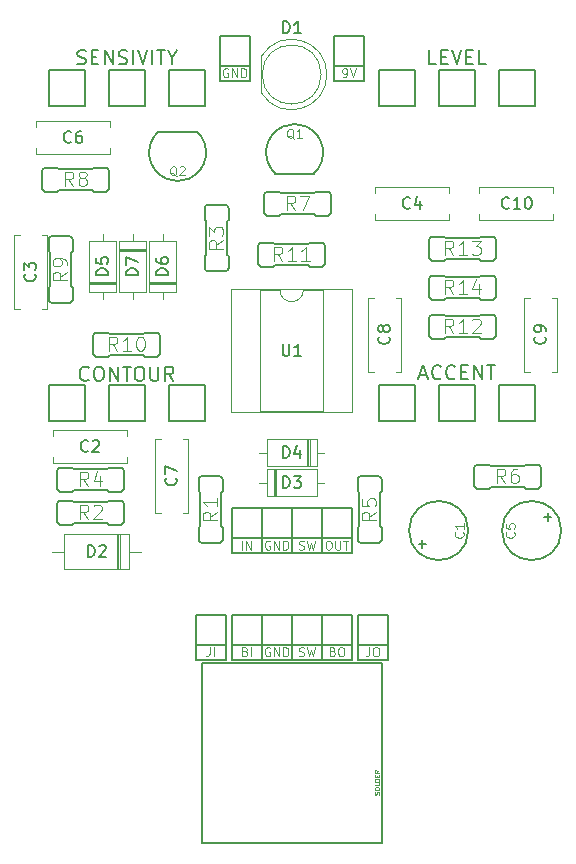
<source format=gbr>
G04 #@! TF.GenerationSoftware,KiCad,Pcbnew,(5.1.6-0-10_14)*
G04 #@! TF.CreationDate,2020-09-27T09:55:32+02:00*
G04 #@! TF.ProjectId,simble-overdrive,73696d62-6c65-42d6-9f76-657264726976,rev?*
G04 #@! TF.SameCoordinates,Original*
G04 #@! TF.FileFunction,Legend,Top*
G04 #@! TF.FilePolarity,Positive*
%FSLAX46Y46*%
G04 Gerber Fmt 4.6, Leading zero omitted, Abs format (unit mm)*
G04 Created by KiCad (PCBNEW (5.1.6-0-10_14)) date 2020-09-27 09:55:32*
%MOMM*%
%LPD*%
G01*
G04 APERTURE LIST*
%ADD10C,0.152400*%
%ADD11C,0.127000*%
%ADD12C,0.120000*%
%ADD13C,0.032512*%
%ADD14C,0.100000*%
%ADD15C,0.150000*%
%ADD16C,0.101600*%
%ADD17C,0.097536*%
G04 APERTURE END LIST*
D10*
X87630000Y-148336000D02*
X87630000Y-133096000D01*
X102870000Y-148336000D02*
X87630000Y-148336000D01*
X102870000Y-133096000D02*
X102870000Y-148336000D01*
X87630000Y-133096000D02*
X102870000Y-133096000D01*
X100330000Y-132842000D02*
X100330000Y-131572000D01*
X97790000Y-132842000D02*
X100330000Y-132842000D01*
X97790000Y-131572000D02*
X97790000Y-132842000D01*
X97790000Y-131572000D02*
X97790000Y-129032000D01*
X100330000Y-131572000D02*
X97790000Y-131572000D01*
X100330000Y-129032000D02*
X100330000Y-131572000D01*
X97790000Y-129032000D02*
X100330000Y-129032000D01*
X97790000Y-132842000D02*
X97790000Y-131572000D01*
X95250000Y-132842000D02*
X97790000Y-132842000D01*
X95250000Y-131572000D02*
X95250000Y-132842000D01*
X95250000Y-131572000D02*
X95250000Y-129032000D01*
X97790000Y-131572000D02*
X95250000Y-131572000D01*
X97790000Y-129032000D02*
X97790000Y-131572000D01*
X95250000Y-129032000D02*
X97790000Y-129032000D01*
X89662000Y-132842000D02*
X89662000Y-131572000D01*
X87122000Y-132842000D02*
X89662000Y-132842000D01*
X87122000Y-131572000D02*
X87122000Y-132842000D01*
X87122000Y-131572000D02*
X87122000Y-129032000D01*
X89662000Y-131572000D02*
X87122000Y-131572000D01*
X89662000Y-129032000D02*
X89662000Y-131572000D01*
X87122000Y-129032000D02*
X89662000Y-129032000D01*
X103378000Y-132842000D02*
X103378000Y-131572000D01*
X100838000Y-132842000D02*
X103378000Y-132842000D01*
X100838000Y-131572000D02*
X100838000Y-132842000D01*
X100838000Y-131572000D02*
X100838000Y-129032000D01*
X103378000Y-131572000D02*
X100838000Y-131572000D01*
X103378000Y-129032000D02*
X103378000Y-131572000D01*
X100838000Y-129032000D02*
X103378000Y-129032000D01*
X95250000Y-132842000D02*
X95250000Y-131572000D01*
X92710000Y-132842000D02*
X95250000Y-132842000D01*
X92710000Y-131572000D02*
X92710000Y-132842000D01*
X92710000Y-131572000D02*
X92710000Y-129032000D01*
X95250000Y-131572000D02*
X92710000Y-131572000D01*
X95250000Y-129032000D02*
X95250000Y-131572000D01*
X92710000Y-129032000D02*
X95250000Y-129032000D01*
X92710000Y-132842000D02*
X92710000Y-131572000D01*
X90170000Y-132842000D02*
X92710000Y-132842000D01*
X90170000Y-131572000D02*
X90170000Y-132842000D01*
X90170000Y-131572000D02*
X90170000Y-129032000D01*
X92710000Y-131572000D02*
X90170000Y-131572000D01*
X92710000Y-129032000D02*
X92710000Y-131572000D01*
X90170000Y-129032000D02*
X92710000Y-129032000D01*
X87229000Y-88138000D02*
X83967000Y-88138000D01*
X83966999Y-88137999D02*
G75*
G03*
X84629100Y-92125800I1631301J-1778018D01*
G01*
X86566899Y-92125799D02*
G75*
G03*
X87229000Y-88138000I-969199J2209782D01*
G01*
X84628800Y-92125800D02*
G75*
G03*
X86567200Y-92125800I969200J2209800D01*
G01*
X93873000Y-91694000D02*
X97135000Y-91694000D01*
X97135001Y-91694001D02*
G75*
G03*
X96472900Y-87706200I-1631301J1778018D01*
G01*
X94535101Y-87706201D02*
G75*
G03*
X93873000Y-91694000I969199J-2209782D01*
G01*
X96473200Y-87706200D02*
G75*
G03*
X94534800Y-87706200I-969200J-2209800D01*
G01*
D11*
X102616000Y-109601000D02*
X105664000Y-109601000D01*
X107696000Y-109601000D02*
X110744000Y-109601000D01*
X112776000Y-109601000D02*
X115824000Y-109601000D01*
X102616000Y-109601000D02*
X102616000Y-112649000D01*
X102616000Y-112649000D02*
X105664000Y-112649000D01*
X105664000Y-112649000D02*
X105664000Y-109601000D01*
X107696000Y-109601000D02*
X107696000Y-112649000D01*
X107696000Y-112649000D02*
X110744000Y-112649000D01*
X110744000Y-112649000D02*
X110744000Y-109601000D01*
X112776000Y-109601000D02*
X112776000Y-112649000D01*
X112776000Y-112649000D02*
X115824000Y-112649000D01*
X115824000Y-112649000D02*
X115824000Y-109601000D01*
X74676000Y-82931000D02*
X77724000Y-82931000D01*
X79756000Y-82931000D02*
X82804000Y-82931000D01*
X84836000Y-82931000D02*
X87884000Y-82931000D01*
X74676000Y-82931000D02*
X74676000Y-85979000D01*
X74676000Y-85979000D02*
X77724000Y-85979000D01*
X77724000Y-85979000D02*
X77724000Y-82931000D01*
X79756000Y-82931000D02*
X79756000Y-85979000D01*
X79756000Y-85979000D02*
X82804000Y-85979000D01*
X82804000Y-85979000D02*
X82804000Y-82931000D01*
X84836000Y-82931000D02*
X84836000Y-85979000D01*
X84836000Y-85979000D02*
X87884000Y-85979000D01*
X87884000Y-85979000D02*
X87884000Y-82931000D01*
D12*
X94250000Y-101540000D02*
X92600000Y-101540000D01*
X92600000Y-101540000D02*
X92600000Y-111820000D01*
X92600000Y-111820000D02*
X97900000Y-111820000D01*
X97900000Y-111820000D02*
X97900000Y-101540000D01*
X97900000Y-101540000D02*
X96250000Y-101540000D01*
X90110000Y-101480000D02*
X90110000Y-111880000D01*
X90110000Y-111880000D02*
X100390000Y-111880000D01*
X100390000Y-111880000D02*
X100390000Y-101480000D01*
X100390000Y-101480000D02*
X90110000Y-101480000D01*
X96250000Y-101540000D02*
G75*
G02*
X94250000Y-101540000I-1000000J0D01*
G01*
D10*
X112538000Y-100584000D02*
X112538000Y-102108000D01*
X112284000Y-102362000D02*
X111268000Y-102362000D01*
X111141000Y-102235000D02*
X111268000Y-102362000D01*
X112284000Y-100330000D02*
X111268000Y-100330000D01*
X111141000Y-100457000D02*
X111268000Y-100330000D01*
X108315000Y-102235000D02*
X108188000Y-102362000D01*
X108315000Y-102235000D02*
X111141000Y-102235000D01*
X108315000Y-100457000D02*
X108188000Y-100330000D01*
X108315000Y-100457000D02*
X111141000Y-100457000D01*
X107172000Y-102362000D02*
X108188000Y-102362000D01*
X107172000Y-100330000D02*
X108188000Y-100330000D01*
X106918000Y-100584000D02*
X106918000Y-102108000D01*
X106918000Y-102108000D02*
G75*
G03*
X107172000Y-102362000I254000J0D01*
G01*
X106918000Y-100584000D02*
G75*
G02*
X107172000Y-100330000I254000J0D01*
G01*
X112284000Y-100330000D02*
G75*
G02*
X112538000Y-100584000I0J-254000D01*
G01*
X112284000Y-102362000D02*
G75*
G03*
X112538000Y-102108000I0J254000D01*
G01*
X112538000Y-97282000D02*
X112538000Y-98806000D01*
X112284000Y-99060000D02*
X111268000Y-99060000D01*
X111141000Y-98933000D02*
X111268000Y-99060000D01*
X112284000Y-97028000D02*
X111268000Y-97028000D01*
X111141000Y-97155000D02*
X111268000Y-97028000D01*
X108315000Y-98933000D02*
X108188000Y-99060000D01*
X108315000Y-98933000D02*
X111141000Y-98933000D01*
X108315000Y-97155000D02*
X108188000Y-97028000D01*
X108315000Y-97155000D02*
X111141000Y-97155000D01*
X107172000Y-99060000D02*
X108188000Y-99060000D01*
X107172000Y-97028000D02*
X108188000Y-97028000D01*
X106918000Y-97282000D02*
X106918000Y-98806000D01*
X106918000Y-98806000D02*
G75*
G03*
X107172000Y-99060000I254000J0D01*
G01*
X106918000Y-97282000D02*
G75*
G02*
X107172000Y-97028000I254000J0D01*
G01*
X112284000Y-97028000D02*
G75*
G02*
X112538000Y-97282000I0J-254000D01*
G01*
X112284000Y-99060000D02*
G75*
G03*
X112538000Y-98806000I0J254000D01*
G01*
X106918000Y-105410000D02*
X106918000Y-103886000D01*
X107172000Y-103632000D02*
X108188000Y-103632000D01*
X108315000Y-103759000D02*
X108188000Y-103632000D01*
X107172000Y-105664000D02*
X108188000Y-105664000D01*
X108315000Y-105537000D02*
X108188000Y-105664000D01*
X111141000Y-103759000D02*
X111268000Y-103632000D01*
X111141000Y-103759000D02*
X108315000Y-103759000D01*
X111141000Y-105537000D02*
X111268000Y-105664000D01*
X111141000Y-105537000D02*
X108315000Y-105537000D01*
X112284000Y-103632000D02*
X111268000Y-103632000D01*
X112284000Y-105664000D02*
X111268000Y-105664000D01*
X112538000Y-105410000D02*
X112538000Y-103886000D01*
X112538000Y-103886000D02*
G75*
G03*
X112284000Y-103632000I-254000J0D01*
G01*
X112538000Y-105410000D02*
G75*
G02*
X112284000Y-105664000I-254000J0D01*
G01*
X107172000Y-105664000D02*
G75*
G02*
X106918000Y-105410000I0J254000D01*
G01*
X107172000Y-103632000D02*
G75*
G03*
X106918000Y-103886000I0J-254000D01*
G01*
X98060000Y-97790000D02*
X98060000Y-99314000D01*
X97806000Y-99568000D02*
X96790000Y-99568000D01*
X96663000Y-99441000D02*
X96790000Y-99568000D01*
X97806000Y-97536000D02*
X96790000Y-97536000D01*
X96663000Y-97663000D02*
X96790000Y-97536000D01*
X93837000Y-99441000D02*
X93710000Y-99568000D01*
X93837000Y-99441000D02*
X96663000Y-99441000D01*
X93837000Y-97663000D02*
X93710000Y-97536000D01*
X93837000Y-97663000D02*
X96663000Y-97663000D01*
X92694000Y-99568000D02*
X93710000Y-99568000D01*
X92694000Y-97536000D02*
X93710000Y-97536000D01*
X92440000Y-97790000D02*
X92440000Y-99314000D01*
X92440000Y-99314000D02*
G75*
G03*
X92694000Y-99568000I254000J0D01*
G01*
X92440000Y-97790000D02*
G75*
G02*
X92694000Y-97536000I254000J0D01*
G01*
X97806000Y-97536000D02*
G75*
G02*
X98060000Y-97790000I0J-254000D01*
G01*
X97806000Y-99568000D02*
G75*
G03*
X98060000Y-99314000I0J254000D01*
G01*
X84090000Y-105410000D02*
X84090000Y-106934000D01*
X83836000Y-107188000D02*
X82820000Y-107188000D01*
X82693000Y-107061000D02*
X82820000Y-107188000D01*
X83836000Y-105156000D02*
X82820000Y-105156000D01*
X82693000Y-105283000D02*
X82820000Y-105156000D01*
X79867000Y-107061000D02*
X79740000Y-107188000D01*
X79867000Y-107061000D02*
X82693000Y-107061000D01*
X79867000Y-105283000D02*
X79740000Y-105156000D01*
X79867000Y-105283000D02*
X82693000Y-105283000D01*
X78724000Y-107188000D02*
X79740000Y-107188000D01*
X78724000Y-105156000D02*
X79740000Y-105156000D01*
X78470000Y-105410000D02*
X78470000Y-106934000D01*
X78470000Y-106934000D02*
G75*
G03*
X78724000Y-107188000I254000J0D01*
G01*
X78470000Y-105410000D02*
G75*
G02*
X78724000Y-105156000I254000J0D01*
G01*
X83836000Y-105156000D02*
G75*
G02*
X84090000Y-105410000I0J-254000D01*
G01*
X83836000Y-107188000D02*
G75*
G03*
X84090000Y-106934000I0J254000D01*
G01*
X76454000Y-102632000D02*
X74930000Y-102632000D01*
X74676000Y-102378000D02*
X74676000Y-101362000D01*
X74803000Y-101235000D02*
X74676000Y-101362000D01*
X76708000Y-102378000D02*
X76708000Y-101362000D01*
X76581000Y-101235000D02*
X76708000Y-101362000D01*
X74803000Y-98409000D02*
X74676000Y-98282000D01*
X74803000Y-98409000D02*
X74803000Y-101235000D01*
X76581000Y-98409000D02*
X76708000Y-98282000D01*
X76581000Y-98409000D02*
X76581000Y-101235000D01*
X74676000Y-97266000D02*
X74676000Y-98282000D01*
X76708000Y-97266000D02*
X76708000Y-98282000D01*
X76454000Y-97012000D02*
X74930000Y-97012000D01*
X74930000Y-97012000D02*
G75*
G03*
X74676000Y-97266000I0J-254000D01*
G01*
X76454000Y-97012000D02*
G75*
G02*
X76708000Y-97266000I0J-254000D01*
G01*
X76708000Y-102378000D02*
G75*
G02*
X76454000Y-102632000I-254000J0D01*
G01*
X74676000Y-102378000D02*
G75*
G03*
X74930000Y-102632000I254000J0D01*
G01*
X74152000Y-92964000D02*
X74152000Y-91440000D01*
X74406000Y-91186000D02*
X75422000Y-91186000D01*
X75549000Y-91313000D02*
X75422000Y-91186000D01*
X74406000Y-93218000D02*
X75422000Y-93218000D01*
X75549000Y-93091000D02*
X75422000Y-93218000D01*
X78375000Y-91313000D02*
X78502000Y-91186000D01*
X78375000Y-91313000D02*
X75549000Y-91313000D01*
X78375000Y-93091000D02*
X78502000Y-93218000D01*
X78375000Y-93091000D02*
X75549000Y-93091000D01*
X79518000Y-91186000D02*
X78502000Y-91186000D01*
X79518000Y-93218000D02*
X78502000Y-93218000D01*
X79772000Y-92964000D02*
X79772000Y-91440000D01*
X79772000Y-91440000D02*
G75*
G03*
X79518000Y-91186000I-254000J0D01*
G01*
X79772000Y-92964000D02*
G75*
G02*
X79518000Y-93218000I-254000J0D01*
G01*
X74406000Y-93218000D02*
G75*
G02*
X74152000Y-92964000I0J254000D01*
G01*
X74406000Y-91186000D02*
G75*
G03*
X74152000Y-91440000I0J-254000D01*
G01*
X92948000Y-94996000D02*
X92948000Y-93472000D01*
X93202000Y-93218000D02*
X94218000Y-93218000D01*
X94345000Y-93345000D02*
X94218000Y-93218000D01*
X93202000Y-95250000D02*
X94218000Y-95250000D01*
X94345000Y-95123000D02*
X94218000Y-95250000D01*
X97171000Y-93345000D02*
X97298000Y-93218000D01*
X97171000Y-93345000D02*
X94345000Y-93345000D01*
X97171000Y-95123000D02*
X97298000Y-95250000D01*
X97171000Y-95123000D02*
X94345000Y-95123000D01*
X98314000Y-93218000D02*
X97298000Y-93218000D01*
X98314000Y-95250000D02*
X97298000Y-95250000D01*
X98568000Y-94996000D02*
X98568000Y-93472000D01*
X98568000Y-93472000D02*
G75*
G03*
X98314000Y-93218000I-254000J0D01*
G01*
X98568000Y-94996000D02*
G75*
G02*
X98314000Y-95250000I-254000J0D01*
G01*
X93202000Y-95250000D02*
G75*
G02*
X92948000Y-94996000I0J254000D01*
G01*
X93202000Y-93218000D02*
G75*
G03*
X92948000Y-93472000I0J-254000D01*
G01*
X110728000Y-118110000D02*
X110728000Y-116586000D01*
X110982000Y-116332000D02*
X111998000Y-116332000D01*
X112125000Y-116459000D02*
X111998000Y-116332000D01*
X110982000Y-118364000D02*
X111998000Y-118364000D01*
X112125000Y-118237000D02*
X111998000Y-118364000D01*
X114951000Y-116459000D02*
X115078000Y-116332000D01*
X114951000Y-116459000D02*
X112125000Y-116459000D01*
X114951000Y-118237000D02*
X115078000Y-118364000D01*
X114951000Y-118237000D02*
X112125000Y-118237000D01*
X116094000Y-116332000D02*
X115078000Y-116332000D01*
X116094000Y-118364000D02*
X115078000Y-118364000D01*
X116348000Y-118110000D02*
X116348000Y-116586000D01*
X116348000Y-116586000D02*
G75*
G03*
X116094000Y-116332000I-254000J0D01*
G01*
X116348000Y-118110000D02*
G75*
G02*
X116094000Y-118364000I-254000J0D01*
G01*
X110982000Y-118364000D02*
G75*
G02*
X110728000Y-118110000I0J254000D01*
G01*
X110982000Y-116332000D02*
G75*
G03*
X110728000Y-116586000I0J-254000D01*
G01*
X102616000Y-122952000D02*
X101092000Y-122952000D01*
X100838000Y-122698000D02*
X100838000Y-121682000D01*
X100965000Y-121555000D02*
X100838000Y-121682000D01*
X102870000Y-122698000D02*
X102870000Y-121682000D01*
X102743000Y-121555000D02*
X102870000Y-121682000D01*
X100965000Y-118729000D02*
X100838000Y-118602000D01*
X100965000Y-118729000D02*
X100965000Y-121555000D01*
X102743000Y-118729000D02*
X102870000Y-118602000D01*
X102743000Y-118729000D02*
X102743000Y-121555000D01*
X100838000Y-117586000D02*
X100838000Y-118602000D01*
X102870000Y-117586000D02*
X102870000Y-118602000D01*
X102616000Y-117332000D02*
X101092000Y-117332000D01*
X101092000Y-117332000D02*
G75*
G03*
X100838000Y-117586000I0J-254000D01*
G01*
X102616000Y-117332000D02*
G75*
G02*
X102870000Y-117586000I0J-254000D01*
G01*
X102870000Y-122698000D02*
G75*
G02*
X102616000Y-122952000I-254000J0D01*
G01*
X100838000Y-122698000D02*
G75*
G03*
X101092000Y-122952000I254000J0D01*
G01*
X81042000Y-116840000D02*
X81042000Y-118364000D01*
X80788000Y-118618000D02*
X79772000Y-118618000D01*
X79645000Y-118491000D02*
X79772000Y-118618000D01*
X80788000Y-116586000D02*
X79772000Y-116586000D01*
X79645000Y-116713000D02*
X79772000Y-116586000D01*
X76819000Y-118491000D02*
X76692000Y-118618000D01*
X76819000Y-118491000D02*
X79645000Y-118491000D01*
X76819000Y-116713000D02*
X76692000Y-116586000D01*
X76819000Y-116713000D02*
X79645000Y-116713000D01*
X75676000Y-118618000D02*
X76692000Y-118618000D01*
X75676000Y-116586000D02*
X76692000Y-116586000D01*
X75422000Y-116840000D02*
X75422000Y-118364000D01*
X75422000Y-118364000D02*
G75*
G03*
X75676000Y-118618000I254000J0D01*
G01*
X75422000Y-116840000D02*
G75*
G02*
X75676000Y-116586000I254000J0D01*
G01*
X80788000Y-116586000D02*
G75*
G02*
X81042000Y-116840000I0J-254000D01*
G01*
X80788000Y-118618000D02*
G75*
G03*
X81042000Y-118364000I0J254000D01*
G01*
X88138000Y-94345000D02*
X89662000Y-94345000D01*
X89916000Y-94599000D02*
X89916000Y-95615000D01*
X89789000Y-95742000D02*
X89916000Y-95615000D01*
X87884000Y-94599000D02*
X87884000Y-95615000D01*
X88011000Y-95742000D02*
X87884000Y-95615000D01*
X89789000Y-98568000D02*
X89916000Y-98695000D01*
X89789000Y-98568000D02*
X89789000Y-95742000D01*
X88011000Y-98568000D02*
X87884000Y-98695000D01*
X88011000Y-98568000D02*
X88011000Y-95742000D01*
X89916000Y-99711000D02*
X89916000Y-98695000D01*
X87884000Y-99711000D02*
X87884000Y-98695000D01*
X88138000Y-99965000D02*
X89662000Y-99965000D01*
X89662000Y-99965000D02*
G75*
G03*
X89916000Y-99711000I0J254000D01*
G01*
X88138000Y-99965000D02*
G75*
G02*
X87884000Y-99711000I0J254000D01*
G01*
X87884000Y-94599000D02*
G75*
G02*
X88138000Y-94345000I254000J0D01*
G01*
X89916000Y-94599000D02*
G75*
G03*
X89662000Y-94345000I-254000J0D01*
G01*
X81042000Y-119634000D02*
X81042000Y-121158000D01*
X80788000Y-121412000D02*
X79772000Y-121412000D01*
X79645000Y-121285000D02*
X79772000Y-121412000D01*
X80788000Y-119380000D02*
X79772000Y-119380000D01*
X79645000Y-119507000D02*
X79772000Y-119380000D01*
X76819000Y-121285000D02*
X76692000Y-121412000D01*
X76819000Y-121285000D02*
X79645000Y-121285000D01*
X76819000Y-119507000D02*
X76692000Y-119380000D01*
X76819000Y-119507000D02*
X79645000Y-119507000D01*
X75676000Y-121412000D02*
X76692000Y-121412000D01*
X75676000Y-119380000D02*
X76692000Y-119380000D01*
X75422000Y-119634000D02*
X75422000Y-121158000D01*
X75422000Y-121158000D02*
G75*
G03*
X75676000Y-121412000I254000J0D01*
G01*
X75422000Y-119634000D02*
G75*
G02*
X75676000Y-119380000I254000J0D01*
G01*
X80788000Y-119380000D02*
G75*
G02*
X81042000Y-119634000I0J-254000D01*
G01*
X80788000Y-121412000D02*
G75*
G03*
X81042000Y-121158000I0J254000D01*
G01*
X89154000Y-122952000D02*
X87630000Y-122952000D01*
X87376000Y-122698000D02*
X87376000Y-121682000D01*
X87503000Y-121555000D02*
X87376000Y-121682000D01*
X89408000Y-122698000D02*
X89408000Y-121682000D01*
X89281000Y-121555000D02*
X89408000Y-121682000D01*
X87503000Y-118729000D02*
X87376000Y-118602000D01*
X87503000Y-118729000D02*
X87503000Y-121555000D01*
X89281000Y-118729000D02*
X89408000Y-118602000D01*
X89281000Y-118729000D02*
X89281000Y-121555000D01*
X87376000Y-117586000D02*
X87376000Y-118602000D01*
X89408000Y-117586000D02*
X89408000Y-118602000D01*
X89154000Y-117332000D02*
X87630000Y-117332000D01*
X87630000Y-117332000D02*
G75*
G03*
X87376000Y-117586000I0J-254000D01*
G01*
X89154000Y-117332000D02*
G75*
G02*
X89408000Y-117586000I0J-254000D01*
G01*
X89408000Y-122698000D02*
G75*
G02*
X89154000Y-122952000I-254000J0D01*
G01*
X87376000Y-122698000D02*
G75*
G03*
X87630000Y-122952000I254000J0D01*
G01*
D11*
X102616000Y-82931000D02*
X105664000Y-82931000D01*
X107696000Y-82931000D02*
X110744000Y-82931000D01*
X112776000Y-82931000D02*
X115824000Y-82931000D01*
X102616000Y-82931000D02*
X102616000Y-85979000D01*
X102616000Y-85979000D02*
X105664000Y-85979000D01*
X105664000Y-85979000D02*
X105664000Y-82931000D01*
X107696000Y-82931000D02*
X107696000Y-85979000D01*
X107696000Y-85979000D02*
X110744000Y-85979000D01*
X110744000Y-85979000D02*
X110744000Y-82931000D01*
X112776000Y-82931000D02*
X112776000Y-85979000D01*
X112776000Y-85979000D02*
X115824000Y-85979000D01*
X115824000Y-85979000D02*
X115824000Y-82931000D01*
D10*
X92710000Y-120015000D02*
X95250000Y-120015000D01*
X95250000Y-120015000D02*
X95250000Y-122555000D01*
X95250000Y-122555000D02*
X92710000Y-122555000D01*
X92710000Y-122555000D02*
X92710000Y-120015000D01*
X92710000Y-122555000D02*
X92710000Y-123825000D01*
X92710000Y-123825000D02*
X95250000Y-123825000D01*
X95250000Y-123825000D02*
X95250000Y-122555000D01*
X97790000Y-120015000D02*
X100330000Y-120015000D01*
X100330000Y-120015000D02*
X100330000Y-122555000D01*
X100330000Y-122555000D02*
X97790000Y-122555000D01*
X97790000Y-122555000D02*
X97790000Y-120015000D01*
X97790000Y-122555000D02*
X97790000Y-123825000D01*
X97790000Y-123825000D02*
X100330000Y-123825000D01*
X100330000Y-123825000D02*
X100330000Y-122555000D01*
X95250000Y-120015000D02*
X97790000Y-120015000D01*
X97790000Y-120015000D02*
X97790000Y-122555000D01*
X97790000Y-122555000D02*
X95250000Y-122555000D01*
X95250000Y-122555000D02*
X95250000Y-120015000D01*
X95250000Y-122555000D02*
X95250000Y-123825000D01*
X95250000Y-123825000D02*
X97790000Y-123825000D01*
X97790000Y-123825000D02*
X97790000Y-122555000D01*
X89154000Y-80010000D02*
X91694000Y-80010000D01*
X91694000Y-80010000D02*
X91694000Y-82550000D01*
X91694000Y-82550000D02*
X89154000Y-82550000D01*
X89154000Y-82550000D02*
X89154000Y-80010000D01*
X89154000Y-82550000D02*
X89154000Y-83820000D01*
X89154000Y-83820000D02*
X91694000Y-83820000D01*
X91694000Y-83820000D02*
X91694000Y-82550000D01*
X98806000Y-80010000D02*
X101346000Y-80010000D01*
X101346000Y-80010000D02*
X101346000Y-82550000D01*
X101346000Y-82550000D02*
X98806000Y-82550000D01*
X98806000Y-82550000D02*
X98806000Y-80010000D01*
X98806000Y-82550000D02*
X98806000Y-83820000D01*
X98806000Y-83820000D02*
X101346000Y-83820000D01*
X101346000Y-83820000D02*
X101346000Y-82550000D01*
X90170000Y-120015000D02*
X92710000Y-120015000D01*
X92710000Y-120015000D02*
X92710000Y-122555000D01*
X92710000Y-122555000D02*
X90170000Y-122555000D01*
X90170000Y-122555000D02*
X90170000Y-120015000D01*
X90170000Y-122555000D02*
X90170000Y-123825000D01*
X90170000Y-123825000D02*
X92710000Y-123825000D01*
X92710000Y-123825000D02*
X92710000Y-122555000D01*
D12*
X82908000Y-97448000D02*
X80668000Y-97448000D01*
X80668000Y-97448000D02*
X80668000Y-101688000D01*
X80668000Y-101688000D02*
X82908000Y-101688000D01*
X82908000Y-101688000D02*
X82908000Y-97448000D01*
X81788000Y-96798000D02*
X81788000Y-97448000D01*
X81788000Y-102338000D02*
X81788000Y-101688000D01*
X82908000Y-98168000D02*
X80668000Y-98168000D01*
X82908000Y-98288000D02*
X80668000Y-98288000D01*
X82908000Y-98048000D02*
X80668000Y-98048000D01*
X83208000Y-101688000D02*
X85448000Y-101688000D01*
X85448000Y-101688000D02*
X85448000Y-97448000D01*
X85448000Y-97448000D02*
X83208000Y-97448000D01*
X83208000Y-97448000D02*
X83208000Y-101688000D01*
X84328000Y-102338000D02*
X84328000Y-101688000D01*
X84328000Y-96798000D02*
X84328000Y-97448000D01*
X83208000Y-100968000D02*
X85448000Y-100968000D01*
X83208000Y-100848000D02*
X85448000Y-100848000D01*
X83208000Y-101088000D02*
X85448000Y-101088000D01*
X78128000Y-101688000D02*
X80368000Y-101688000D01*
X80368000Y-101688000D02*
X80368000Y-97448000D01*
X80368000Y-97448000D02*
X78128000Y-97448000D01*
X78128000Y-97448000D02*
X78128000Y-101688000D01*
X79248000Y-102338000D02*
X79248000Y-101688000D01*
X79248000Y-96798000D02*
X79248000Y-97448000D01*
X78128000Y-100968000D02*
X80368000Y-100968000D01*
X78128000Y-100848000D02*
X80368000Y-100848000D01*
X78128000Y-101088000D02*
X80368000Y-101088000D01*
X97370000Y-116436000D02*
X97370000Y-114196000D01*
X97370000Y-114196000D02*
X93130000Y-114196000D01*
X93130000Y-114196000D02*
X93130000Y-116436000D01*
X93130000Y-116436000D02*
X97370000Y-116436000D01*
X98020000Y-115316000D02*
X97370000Y-115316000D01*
X92480000Y-115316000D02*
X93130000Y-115316000D01*
X96650000Y-116436000D02*
X96650000Y-114196000D01*
X96530000Y-116436000D02*
X96530000Y-114196000D01*
X96770000Y-116436000D02*
X96770000Y-114196000D01*
X93130000Y-116736000D02*
X93130000Y-118976000D01*
X93130000Y-118976000D02*
X97370000Y-118976000D01*
X97370000Y-118976000D02*
X97370000Y-116736000D01*
X97370000Y-116736000D02*
X93130000Y-116736000D01*
X92480000Y-117856000D02*
X93130000Y-117856000D01*
X98020000Y-117856000D02*
X97370000Y-117856000D01*
X93850000Y-116736000D02*
X93850000Y-118976000D01*
X93970000Y-116736000D02*
X93970000Y-118976000D01*
X93730000Y-116736000D02*
X93730000Y-118976000D01*
X81460000Y-125168000D02*
X81460000Y-122228000D01*
X81460000Y-122228000D02*
X76020000Y-122228000D01*
X76020000Y-122228000D02*
X76020000Y-125168000D01*
X76020000Y-125168000D02*
X81460000Y-125168000D01*
X82480000Y-123698000D02*
X81460000Y-123698000D01*
X75000000Y-123698000D02*
X76020000Y-123698000D01*
X80560000Y-125168000D02*
X80560000Y-122228000D01*
X80440000Y-125168000D02*
X80440000Y-122228000D01*
X80680000Y-125168000D02*
X80680000Y-122228000D01*
X97750000Y-83312000D02*
G75*
G03*
X97750000Y-83312000I-2500000J0D01*
G01*
X92690000Y-81767000D02*
X92690000Y-84857000D01*
X98240000Y-83311538D02*
G75*
G02*
X92690000Y-84856830I-2990000J-462D01*
G01*
X98240000Y-83312462D02*
G75*
G03*
X92690000Y-81767170I-2990000J462D01*
G01*
D11*
X74676000Y-109601000D02*
X77724000Y-109601000D01*
X79756000Y-109601000D02*
X82804000Y-109601000D01*
X84836000Y-109601000D02*
X87884000Y-109601000D01*
X74676000Y-109601000D02*
X74676000Y-112649000D01*
X74676000Y-112649000D02*
X77724000Y-112649000D01*
X77724000Y-112649000D02*
X77724000Y-109601000D01*
X79756000Y-109601000D02*
X79756000Y-112649000D01*
X79756000Y-112649000D02*
X82804000Y-112649000D01*
X82804000Y-112649000D02*
X82804000Y-109601000D01*
X84836000Y-109601000D02*
X84836000Y-112649000D01*
X84836000Y-112649000D02*
X87884000Y-112649000D01*
X87884000Y-112649000D02*
X87884000Y-109601000D01*
D12*
X111140000Y-92864000D02*
X117380000Y-92864000D01*
X111140000Y-95604000D02*
X117380000Y-95604000D01*
X111140000Y-92864000D02*
X111140000Y-93309000D01*
X111140000Y-95159000D02*
X111140000Y-95604000D01*
X117380000Y-92864000D02*
X117380000Y-93309000D01*
X117380000Y-95159000D02*
X117380000Y-95604000D01*
X114962000Y-108490000D02*
X114962000Y-102250000D01*
X117702000Y-108490000D02*
X117702000Y-102250000D01*
X114962000Y-108490000D02*
X115407000Y-108490000D01*
X117257000Y-108490000D02*
X117702000Y-108490000D01*
X114962000Y-102250000D02*
X115407000Y-102250000D01*
X117257000Y-102250000D02*
X117702000Y-102250000D01*
X101754000Y-108490000D02*
X101754000Y-102250000D01*
X104494000Y-108490000D02*
X104494000Y-102250000D01*
X101754000Y-108490000D02*
X102199000Y-108490000D01*
X104049000Y-108490000D02*
X104494000Y-108490000D01*
X101754000Y-102250000D02*
X102199000Y-102250000D01*
X104049000Y-102250000D02*
X104494000Y-102250000D01*
X86460000Y-114188000D02*
X86460000Y-120428000D01*
X83720000Y-114188000D02*
X83720000Y-120428000D01*
X86460000Y-114188000D02*
X86015000Y-114188000D01*
X84165000Y-114188000D02*
X83720000Y-114188000D01*
X86460000Y-120428000D02*
X86015000Y-120428000D01*
X84165000Y-120428000D02*
X83720000Y-120428000D01*
X73628000Y-87276000D02*
X79868000Y-87276000D01*
X73628000Y-90016000D02*
X79868000Y-90016000D01*
X73628000Y-87276000D02*
X73628000Y-87721000D01*
X73628000Y-89571000D02*
X73628000Y-90016000D01*
X79868000Y-87276000D02*
X79868000Y-87721000D01*
X79868000Y-89571000D02*
X79868000Y-90016000D01*
D10*
X118070000Y-121920000D02*
G75*
G03*
X118070000Y-121920000I-2500000J0D01*
G01*
X117246400Y-120777000D02*
X116611400Y-120777000D01*
X116941600Y-121107200D02*
X116941600Y-120446800D01*
D12*
X102330000Y-92864000D02*
X108570000Y-92864000D01*
X102330000Y-95604000D02*
X108570000Y-95604000D01*
X102330000Y-92864000D02*
X102330000Y-93309000D01*
X102330000Y-95159000D02*
X102330000Y-95604000D01*
X108570000Y-92864000D02*
X108570000Y-93309000D01*
X108570000Y-95159000D02*
X108570000Y-95604000D01*
X74522000Y-96916000D02*
X74522000Y-103156000D01*
X71782000Y-96916000D02*
X71782000Y-103156000D01*
X74522000Y-96916000D02*
X74077000Y-96916000D01*
X72227000Y-96916000D02*
X71782000Y-96916000D01*
X74522000Y-103156000D02*
X74077000Y-103156000D01*
X72227000Y-103156000D02*
X71782000Y-103156000D01*
X81312000Y-116178000D02*
X75072000Y-116178000D01*
X81312000Y-113438000D02*
X75072000Y-113438000D01*
X81312000Y-116178000D02*
X81312000Y-115733000D01*
X81312000Y-113883000D02*
X81312000Y-113438000D01*
X75072000Y-116178000D02*
X75072000Y-115733000D01*
X75072000Y-113883000D02*
X75072000Y-113438000D01*
D10*
X110196000Y-121920000D02*
G75*
G03*
X110196000Y-121920000I-2500000J0D01*
G01*
X106019600Y-123063000D02*
X106654600Y-123063000D01*
X106324400Y-122732800D02*
X106324400Y-123393200D01*
D13*
X102645270Y-144285546D02*
X102663655Y-144230392D01*
X102663655Y-144138468D01*
X102645270Y-144101699D01*
X102626885Y-144083314D01*
X102590116Y-144064929D01*
X102553346Y-144064929D01*
X102516577Y-144083314D01*
X102498192Y-144101699D01*
X102479807Y-144138468D01*
X102461422Y-144212007D01*
X102443038Y-144248777D01*
X102424653Y-144267161D01*
X102387883Y-144285546D01*
X102351114Y-144285546D01*
X102314344Y-144267161D01*
X102295960Y-144248777D01*
X102277575Y-144212007D01*
X102277575Y-144120083D01*
X102295960Y-144064929D01*
X102277575Y-143825927D02*
X102277575Y-143752388D01*
X102295960Y-143715619D01*
X102332729Y-143678849D01*
X102406268Y-143660464D01*
X102534961Y-143660464D01*
X102608500Y-143678849D01*
X102645270Y-143715619D01*
X102663655Y-143752388D01*
X102663655Y-143825927D01*
X102645270Y-143862697D01*
X102608500Y-143899466D01*
X102534961Y-143917851D01*
X102406268Y-143917851D01*
X102332729Y-143899466D01*
X102295960Y-143862697D01*
X102277575Y-143825927D01*
X102663655Y-143311154D02*
X102663655Y-143495001D01*
X102277575Y-143495001D01*
X102663655Y-143182460D02*
X102277575Y-143182460D01*
X102277575Y-143090537D01*
X102295960Y-143035382D01*
X102332729Y-142998613D01*
X102369499Y-142980228D01*
X102443038Y-142961843D01*
X102498192Y-142961843D01*
X102571731Y-142980228D01*
X102608500Y-142998613D01*
X102645270Y-143035382D01*
X102663655Y-143090537D01*
X102663655Y-143182460D01*
X102461422Y-142796380D02*
X102461422Y-142667687D01*
X102663655Y-142612533D02*
X102663655Y-142796380D01*
X102277575Y-142796380D01*
X102277575Y-142612533D01*
X102663655Y-142226453D02*
X102479807Y-142355146D01*
X102663655Y-142447070D02*
X102277575Y-142447070D01*
X102277575Y-142299992D01*
X102295960Y-142263222D01*
X102314344Y-142244838D01*
X102351114Y-142226453D01*
X102406268Y-142226453D01*
X102443038Y-142244838D01*
X102461422Y-142263222D01*
X102479807Y-142299992D01*
X102479807Y-142447070D01*
D14*
X98720714Y-132153428D02*
X98827857Y-132189142D01*
X98863571Y-132224857D01*
X98899285Y-132296285D01*
X98899285Y-132403428D01*
X98863571Y-132474857D01*
X98827857Y-132510571D01*
X98756428Y-132546285D01*
X98470714Y-132546285D01*
X98470714Y-131796285D01*
X98720714Y-131796285D01*
X98792142Y-131832000D01*
X98827857Y-131867714D01*
X98863571Y-131939142D01*
X98863571Y-132010571D01*
X98827857Y-132082000D01*
X98792142Y-132117714D01*
X98720714Y-132153428D01*
X98470714Y-132153428D01*
X99363571Y-131796285D02*
X99506428Y-131796285D01*
X99577857Y-131832000D01*
X99649285Y-131903428D01*
X99685000Y-132046285D01*
X99685000Y-132296285D01*
X99649285Y-132439142D01*
X99577857Y-132510571D01*
X99506428Y-132546285D01*
X99363571Y-132546285D01*
X99292142Y-132510571D01*
X99220714Y-132439142D01*
X99185000Y-132296285D01*
X99185000Y-132046285D01*
X99220714Y-131903428D01*
X99292142Y-131832000D01*
X99363571Y-131796285D01*
X95877142Y-132510571D02*
X95984285Y-132546285D01*
X96162857Y-132546285D01*
X96234285Y-132510571D01*
X96270000Y-132474857D01*
X96305714Y-132403428D01*
X96305714Y-132332000D01*
X96270000Y-132260571D01*
X96234285Y-132224857D01*
X96162857Y-132189142D01*
X96020000Y-132153428D01*
X95948571Y-132117714D01*
X95912857Y-132082000D01*
X95877142Y-132010571D01*
X95877142Y-131939142D01*
X95912857Y-131867714D01*
X95948571Y-131832000D01*
X96020000Y-131796285D01*
X96198571Y-131796285D01*
X96305714Y-131832000D01*
X96555714Y-131796285D02*
X96734285Y-132546285D01*
X96877142Y-132010571D01*
X97020000Y-132546285D01*
X97198571Y-131796285D01*
X88320571Y-131796285D02*
X88320571Y-132332000D01*
X88284857Y-132439142D01*
X88213428Y-132510571D01*
X88106285Y-132546285D01*
X88034857Y-132546285D01*
X88677714Y-132546285D02*
X88677714Y-131796285D01*
X101822285Y-131796285D02*
X101822285Y-132332000D01*
X101786571Y-132439142D01*
X101715142Y-132510571D01*
X101608000Y-132546285D01*
X101536571Y-132546285D01*
X102322285Y-131796285D02*
X102465142Y-131796285D01*
X102536571Y-131832000D01*
X102608000Y-131903428D01*
X102643714Y-132046285D01*
X102643714Y-132296285D01*
X102608000Y-132439142D01*
X102536571Y-132510571D01*
X102465142Y-132546285D01*
X102322285Y-132546285D01*
X102250857Y-132510571D01*
X102179428Y-132439142D01*
X102143714Y-132296285D01*
X102143714Y-132046285D01*
X102179428Y-131903428D01*
X102250857Y-131832000D01*
X102322285Y-131796285D01*
X93408571Y-131832000D02*
X93337142Y-131796285D01*
X93230000Y-131796285D01*
X93122857Y-131832000D01*
X93051428Y-131903428D01*
X93015714Y-131974857D01*
X92980000Y-132117714D01*
X92980000Y-132224857D01*
X93015714Y-132367714D01*
X93051428Y-132439142D01*
X93122857Y-132510571D01*
X93230000Y-132546285D01*
X93301428Y-132546285D01*
X93408571Y-132510571D01*
X93444285Y-132474857D01*
X93444285Y-132224857D01*
X93301428Y-132224857D01*
X93765714Y-132546285D02*
X93765714Y-131796285D01*
X94194285Y-132546285D01*
X94194285Y-131796285D01*
X94551428Y-132546285D02*
X94551428Y-131796285D01*
X94730000Y-131796285D01*
X94837142Y-131832000D01*
X94908571Y-131903428D01*
X94944285Y-131974857D01*
X94980000Y-132117714D01*
X94980000Y-132224857D01*
X94944285Y-132367714D01*
X94908571Y-132439142D01*
X94837142Y-132510571D01*
X94730000Y-132546285D01*
X94551428Y-132546285D01*
X91315000Y-132153428D02*
X91422142Y-132189142D01*
X91457857Y-132224857D01*
X91493571Y-132296285D01*
X91493571Y-132403428D01*
X91457857Y-132474857D01*
X91422142Y-132510571D01*
X91350714Y-132546285D01*
X91065000Y-132546285D01*
X91065000Y-131796285D01*
X91315000Y-131796285D01*
X91386428Y-131832000D01*
X91422142Y-131867714D01*
X91457857Y-131939142D01*
X91457857Y-132010571D01*
X91422142Y-132082000D01*
X91386428Y-132117714D01*
X91315000Y-132153428D01*
X91065000Y-132153428D01*
X91815000Y-132546285D02*
X91815000Y-131796285D01*
X85526571Y-91914214D02*
X85455142Y-91878500D01*
X85383714Y-91807071D01*
X85276571Y-91699928D01*
X85205142Y-91664214D01*
X85133714Y-91664214D01*
X85169428Y-91842785D02*
X85098000Y-91807071D01*
X85026571Y-91735642D01*
X84990857Y-91592785D01*
X84990857Y-91342785D01*
X85026571Y-91199928D01*
X85098000Y-91128500D01*
X85169428Y-91092785D01*
X85312285Y-91092785D01*
X85383714Y-91128500D01*
X85455142Y-91199928D01*
X85490857Y-91342785D01*
X85490857Y-91592785D01*
X85455142Y-91735642D01*
X85383714Y-91807071D01*
X85312285Y-91842785D01*
X85169428Y-91842785D01*
X85776571Y-91164214D02*
X85812285Y-91128500D01*
X85883714Y-91092785D01*
X86062285Y-91092785D01*
X86133714Y-91128500D01*
X86169428Y-91164214D01*
X86205142Y-91235642D01*
X86205142Y-91307071D01*
X86169428Y-91414214D01*
X85740857Y-91842785D01*
X86205142Y-91842785D01*
X95432571Y-88739214D02*
X95361142Y-88703500D01*
X95289714Y-88632071D01*
X95182571Y-88524928D01*
X95111142Y-88489214D01*
X95039714Y-88489214D01*
X95075428Y-88667785D02*
X95004000Y-88632071D01*
X94932571Y-88560642D01*
X94896857Y-88417785D01*
X94896857Y-88167785D01*
X94932571Y-88024928D01*
X95004000Y-87953500D01*
X95075428Y-87917785D01*
X95218285Y-87917785D01*
X95289714Y-87953500D01*
X95361142Y-88024928D01*
X95396857Y-88167785D01*
X95396857Y-88417785D01*
X95361142Y-88560642D01*
X95289714Y-88632071D01*
X95218285Y-88667785D01*
X95075428Y-88667785D01*
X96111142Y-88667785D02*
X95682571Y-88667785D01*
X95896857Y-88667785D02*
X95896857Y-87917785D01*
X95825428Y-88024928D01*
X95754000Y-88096357D01*
X95682571Y-88132071D01*
D10*
X106088845Y-108786083D02*
X106663369Y-108786083D01*
X105973940Y-109130797D02*
X106376107Y-107924297D01*
X106778273Y-109130797D01*
X107869869Y-109015892D02*
X107812416Y-109073345D01*
X107640059Y-109130797D01*
X107525154Y-109130797D01*
X107352797Y-109073345D01*
X107237892Y-108958440D01*
X107180440Y-108843535D01*
X107122988Y-108613726D01*
X107122988Y-108441369D01*
X107180440Y-108211559D01*
X107237892Y-108096654D01*
X107352797Y-107981750D01*
X107525154Y-107924297D01*
X107640059Y-107924297D01*
X107812416Y-107981750D01*
X107869869Y-108039202D01*
X109076369Y-109015892D02*
X109018916Y-109073345D01*
X108846559Y-109130797D01*
X108731654Y-109130797D01*
X108559297Y-109073345D01*
X108444392Y-108958440D01*
X108386940Y-108843535D01*
X108329488Y-108613726D01*
X108329488Y-108441369D01*
X108386940Y-108211559D01*
X108444392Y-108096654D01*
X108559297Y-107981750D01*
X108731654Y-107924297D01*
X108846559Y-107924297D01*
X109018916Y-107981750D01*
X109076369Y-108039202D01*
X109593440Y-108498821D02*
X109995607Y-108498821D01*
X110167964Y-109130797D02*
X109593440Y-109130797D01*
X109593440Y-107924297D01*
X110167964Y-107924297D01*
X110685035Y-109130797D02*
X110685035Y-107924297D01*
X111374464Y-109130797D01*
X111374464Y-107924297D01*
X111776630Y-107924297D02*
X112466059Y-107924297D01*
X112121345Y-109130797D02*
X112121345Y-107924297D01*
X77114702Y-82403345D02*
X77287059Y-82460797D01*
X77574321Y-82460797D01*
X77689226Y-82403345D01*
X77746678Y-82345892D01*
X77804130Y-82230988D01*
X77804130Y-82116083D01*
X77746678Y-82001178D01*
X77689226Y-81943726D01*
X77574321Y-81886273D01*
X77344511Y-81828821D01*
X77229607Y-81771369D01*
X77172154Y-81713916D01*
X77114702Y-81599011D01*
X77114702Y-81484107D01*
X77172154Y-81369202D01*
X77229607Y-81311750D01*
X77344511Y-81254297D01*
X77631773Y-81254297D01*
X77804130Y-81311750D01*
X78321202Y-81828821D02*
X78723369Y-81828821D01*
X78895726Y-82460797D02*
X78321202Y-82460797D01*
X78321202Y-81254297D01*
X78895726Y-81254297D01*
X79412797Y-82460797D02*
X79412797Y-81254297D01*
X80102226Y-82460797D01*
X80102226Y-81254297D01*
X80619297Y-82403345D02*
X80791654Y-82460797D01*
X81078916Y-82460797D01*
X81193821Y-82403345D01*
X81251273Y-82345892D01*
X81308726Y-82230988D01*
X81308726Y-82116083D01*
X81251273Y-82001178D01*
X81193821Y-81943726D01*
X81078916Y-81886273D01*
X80849107Y-81828821D01*
X80734202Y-81771369D01*
X80676750Y-81713916D01*
X80619297Y-81599011D01*
X80619297Y-81484107D01*
X80676750Y-81369202D01*
X80734202Y-81311750D01*
X80849107Y-81254297D01*
X81136369Y-81254297D01*
X81308726Y-81311750D01*
X81825797Y-82460797D02*
X81825797Y-81254297D01*
X82227964Y-81254297D02*
X82630130Y-82460797D01*
X83032297Y-81254297D01*
X83434464Y-82460797D02*
X83434464Y-81254297D01*
X83836630Y-81254297D02*
X84526059Y-81254297D01*
X84181345Y-82460797D02*
X84181345Y-81254297D01*
X85158035Y-81886273D02*
X85158035Y-82460797D01*
X84755869Y-81254297D02*
X85158035Y-81886273D01*
X85560202Y-81254297D01*
D15*
X94488095Y-106132380D02*
X94488095Y-106941904D01*
X94535714Y-107037142D01*
X94583333Y-107084761D01*
X94678571Y-107132380D01*
X94869047Y-107132380D01*
X94964285Y-107084761D01*
X95011904Y-107037142D01*
X95059523Y-106941904D01*
X95059523Y-106132380D01*
X96059523Y-107132380D02*
X95488095Y-107132380D01*
X95773809Y-107132380D02*
X95773809Y-106132380D01*
X95678571Y-106275238D01*
X95583333Y-106370476D01*
X95488095Y-106418095D01*
D16*
X108952392Y-101891797D02*
X108550226Y-101317273D01*
X108262964Y-101891797D02*
X108262964Y-100685297D01*
X108722583Y-100685297D01*
X108837488Y-100742750D01*
X108894940Y-100800202D01*
X108952392Y-100915107D01*
X108952392Y-101087464D01*
X108894940Y-101202369D01*
X108837488Y-101259821D01*
X108722583Y-101317273D01*
X108262964Y-101317273D01*
X110101440Y-101891797D02*
X109412011Y-101891797D01*
X109756726Y-101891797D02*
X109756726Y-100685297D01*
X109641821Y-100857654D01*
X109526916Y-100972559D01*
X109412011Y-101030011D01*
X111135583Y-101087464D02*
X111135583Y-101891797D01*
X110848321Y-100627845D02*
X110561059Y-101489630D01*
X111307940Y-101489630D01*
X108952392Y-98589797D02*
X108550226Y-98015273D01*
X108262964Y-98589797D02*
X108262964Y-97383297D01*
X108722583Y-97383297D01*
X108837488Y-97440750D01*
X108894940Y-97498202D01*
X108952392Y-97613107D01*
X108952392Y-97785464D01*
X108894940Y-97900369D01*
X108837488Y-97957821D01*
X108722583Y-98015273D01*
X108262964Y-98015273D01*
X110101440Y-98589797D02*
X109412011Y-98589797D01*
X109756726Y-98589797D02*
X109756726Y-97383297D01*
X109641821Y-97555654D01*
X109526916Y-97670559D01*
X109412011Y-97728011D01*
X110503607Y-97383297D02*
X111250488Y-97383297D01*
X110848321Y-97842916D01*
X111020678Y-97842916D01*
X111135583Y-97900369D01*
X111193035Y-97957821D01*
X111250488Y-98072726D01*
X111250488Y-98359988D01*
X111193035Y-98474892D01*
X111135583Y-98532345D01*
X111020678Y-98589797D01*
X110675964Y-98589797D01*
X110561059Y-98532345D01*
X110503607Y-98474892D01*
X108952392Y-105193797D02*
X108550226Y-104619273D01*
X108262964Y-105193797D02*
X108262964Y-103987297D01*
X108722583Y-103987297D01*
X108837488Y-104044750D01*
X108894940Y-104102202D01*
X108952392Y-104217107D01*
X108952392Y-104389464D01*
X108894940Y-104504369D01*
X108837488Y-104561821D01*
X108722583Y-104619273D01*
X108262964Y-104619273D01*
X110101440Y-105193797D02*
X109412011Y-105193797D01*
X109756726Y-105193797D02*
X109756726Y-103987297D01*
X109641821Y-104159654D01*
X109526916Y-104274559D01*
X109412011Y-104332011D01*
X110561059Y-104102202D02*
X110618511Y-104044750D01*
X110733416Y-103987297D01*
X111020678Y-103987297D01*
X111135583Y-104044750D01*
X111193035Y-104102202D01*
X111250488Y-104217107D01*
X111250488Y-104332011D01*
X111193035Y-104504369D01*
X110503607Y-105193797D01*
X111250488Y-105193797D01*
X94474392Y-99097797D02*
X94072226Y-98523273D01*
X93784964Y-99097797D02*
X93784964Y-97891297D01*
X94244583Y-97891297D01*
X94359488Y-97948750D01*
X94416940Y-98006202D01*
X94474392Y-98121107D01*
X94474392Y-98293464D01*
X94416940Y-98408369D01*
X94359488Y-98465821D01*
X94244583Y-98523273D01*
X93784964Y-98523273D01*
X95623440Y-99097797D02*
X94934011Y-99097797D01*
X95278726Y-99097797D02*
X95278726Y-97891297D01*
X95163821Y-98063654D01*
X95048916Y-98178559D01*
X94934011Y-98236011D01*
X96772488Y-99097797D02*
X96083059Y-99097797D01*
X96427773Y-99097797D02*
X96427773Y-97891297D01*
X96312869Y-98063654D01*
X96197964Y-98178559D01*
X96083059Y-98236011D01*
X80504392Y-106717797D02*
X80102226Y-106143273D01*
X79814964Y-106717797D02*
X79814964Y-105511297D01*
X80274583Y-105511297D01*
X80389488Y-105568750D01*
X80446940Y-105626202D01*
X80504392Y-105741107D01*
X80504392Y-105913464D01*
X80446940Y-106028369D01*
X80389488Y-106085821D01*
X80274583Y-106143273D01*
X79814964Y-106143273D01*
X81653440Y-106717797D02*
X80964011Y-106717797D01*
X81308726Y-106717797D02*
X81308726Y-105511297D01*
X81193821Y-105683654D01*
X81078916Y-105798559D01*
X80964011Y-105856011D01*
X82400321Y-105511297D02*
X82515226Y-105511297D01*
X82630130Y-105568750D01*
X82687583Y-105626202D01*
X82745035Y-105741107D01*
X82802488Y-105970916D01*
X82802488Y-106258178D01*
X82745035Y-106487988D01*
X82687583Y-106602892D01*
X82630130Y-106660345D01*
X82515226Y-106717797D01*
X82400321Y-106717797D01*
X82285416Y-106660345D01*
X82227964Y-106602892D01*
X82170511Y-106487988D01*
X82113059Y-106258178D01*
X82113059Y-105970916D01*
X82170511Y-105741107D01*
X82227964Y-105626202D01*
X82285416Y-105568750D01*
X82400321Y-105511297D01*
X76237797Y-100023083D02*
X75663273Y-100425250D01*
X76237797Y-100712511D02*
X75031297Y-100712511D01*
X75031297Y-100252892D01*
X75088750Y-100137988D01*
X75146202Y-100080535D01*
X75261107Y-100023083D01*
X75433464Y-100023083D01*
X75548369Y-100080535D01*
X75605821Y-100137988D01*
X75663273Y-100252892D01*
X75663273Y-100712511D01*
X76237797Y-99448559D02*
X76237797Y-99218750D01*
X76180345Y-99103845D01*
X76122892Y-99046392D01*
X75950535Y-98931488D01*
X75720726Y-98874035D01*
X75261107Y-98874035D01*
X75146202Y-98931488D01*
X75088750Y-98988940D01*
X75031297Y-99103845D01*
X75031297Y-99333654D01*
X75088750Y-99448559D01*
X75146202Y-99506011D01*
X75261107Y-99563464D01*
X75548369Y-99563464D01*
X75663273Y-99506011D01*
X75720726Y-99448559D01*
X75778178Y-99333654D01*
X75778178Y-99103845D01*
X75720726Y-98988940D01*
X75663273Y-98931488D01*
X75548369Y-98874035D01*
X76760916Y-92747797D02*
X76358750Y-92173273D01*
X76071488Y-92747797D02*
X76071488Y-91541297D01*
X76531107Y-91541297D01*
X76646011Y-91598750D01*
X76703464Y-91656202D01*
X76760916Y-91771107D01*
X76760916Y-91943464D01*
X76703464Y-92058369D01*
X76646011Y-92115821D01*
X76531107Y-92173273D01*
X76071488Y-92173273D01*
X77450345Y-92058369D02*
X77335440Y-92000916D01*
X77277988Y-91943464D01*
X77220535Y-91828559D01*
X77220535Y-91771107D01*
X77277988Y-91656202D01*
X77335440Y-91598750D01*
X77450345Y-91541297D01*
X77680154Y-91541297D01*
X77795059Y-91598750D01*
X77852511Y-91656202D01*
X77909964Y-91771107D01*
X77909964Y-91828559D01*
X77852511Y-91943464D01*
X77795059Y-92000916D01*
X77680154Y-92058369D01*
X77450345Y-92058369D01*
X77335440Y-92115821D01*
X77277988Y-92173273D01*
X77220535Y-92288178D01*
X77220535Y-92517988D01*
X77277988Y-92632892D01*
X77335440Y-92690345D01*
X77450345Y-92747797D01*
X77680154Y-92747797D01*
X77795059Y-92690345D01*
X77852511Y-92632892D01*
X77909964Y-92517988D01*
X77909964Y-92288178D01*
X77852511Y-92173273D01*
X77795059Y-92115821D01*
X77680154Y-92058369D01*
X95556916Y-94779797D02*
X95154750Y-94205273D01*
X94867488Y-94779797D02*
X94867488Y-93573297D01*
X95327107Y-93573297D01*
X95442011Y-93630750D01*
X95499464Y-93688202D01*
X95556916Y-93803107D01*
X95556916Y-93975464D01*
X95499464Y-94090369D01*
X95442011Y-94147821D01*
X95327107Y-94205273D01*
X94867488Y-94205273D01*
X95959083Y-93573297D02*
X96763416Y-93573297D01*
X96246345Y-94779797D01*
X113336916Y-117893797D02*
X112934750Y-117319273D01*
X112647488Y-117893797D02*
X112647488Y-116687297D01*
X113107107Y-116687297D01*
X113222011Y-116744750D01*
X113279464Y-116802202D01*
X113336916Y-116917107D01*
X113336916Y-117089464D01*
X113279464Y-117204369D01*
X113222011Y-117261821D01*
X113107107Y-117319273D01*
X112647488Y-117319273D01*
X114371059Y-116687297D02*
X114141250Y-116687297D01*
X114026345Y-116744750D01*
X113968892Y-116802202D01*
X113853988Y-116974559D01*
X113796535Y-117204369D01*
X113796535Y-117663988D01*
X113853988Y-117778892D01*
X113911440Y-117836345D01*
X114026345Y-117893797D01*
X114256154Y-117893797D01*
X114371059Y-117836345D01*
X114428511Y-117778892D01*
X114485964Y-117663988D01*
X114485964Y-117376726D01*
X114428511Y-117261821D01*
X114371059Y-117204369D01*
X114256154Y-117146916D01*
X114026345Y-117146916D01*
X113911440Y-117204369D01*
X113853988Y-117261821D01*
X113796535Y-117376726D01*
X102399797Y-120343083D02*
X101825273Y-120745250D01*
X102399797Y-121032511D02*
X101193297Y-121032511D01*
X101193297Y-120572892D01*
X101250750Y-120457988D01*
X101308202Y-120400535D01*
X101423107Y-120343083D01*
X101595464Y-120343083D01*
X101710369Y-120400535D01*
X101767821Y-120457988D01*
X101825273Y-120572892D01*
X101825273Y-121032511D01*
X101193297Y-119251488D02*
X101193297Y-119826011D01*
X101767821Y-119883464D01*
X101710369Y-119826011D01*
X101652916Y-119711107D01*
X101652916Y-119423845D01*
X101710369Y-119308940D01*
X101767821Y-119251488D01*
X101882726Y-119194035D01*
X102169988Y-119194035D01*
X102284892Y-119251488D01*
X102342345Y-119308940D01*
X102399797Y-119423845D01*
X102399797Y-119711107D01*
X102342345Y-119826011D01*
X102284892Y-119883464D01*
X78030916Y-118147797D02*
X77628750Y-117573273D01*
X77341488Y-118147797D02*
X77341488Y-116941297D01*
X77801107Y-116941297D01*
X77916011Y-116998750D01*
X77973464Y-117056202D01*
X78030916Y-117171107D01*
X78030916Y-117343464D01*
X77973464Y-117458369D01*
X77916011Y-117515821D01*
X77801107Y-117573273D01*
X77341488Y-117573273D01*
X79065059Y-117343464D02*
X79065059Y-118147797D01*
X78777797Y-116883845D02*
X78490535Y-117745630D01*
X79237416Y-117745630D01*
X89445797Y-97356083D02*
X88871273Y-97758250D01*
X89445797Y-98045511D02*
X88239297Y-98045511D01*
X88239297Y-97585892D01*
X88296750Y-97470988D01*
X88354202Y-97413535D01*
X88469107Y-97356083D01*
X88641464Y-97356083D01*
X88756369Y-97413535D01*
X88813821Y-97470988D01*
X88871273Y-97585892D01*
X88871273Y-98045511D01*
X88239297Y-96953916D02*
X88239297Y-96207035D01*
X88698916Y-96609202D01*
X88698916Y-96436845D01*
X88756369Y-96321940D01*
X88813821Y-96264488D01*
X88928726Y-96207035D01*
X89215988Y-96207035D01*
X89330892Y-96264488D01*
X89388345Y-96321940D01*
X89445797Y-96436845D01*
X89445797Y-96781559D01*
X89388345Y-96896464D01*
X89330892Y-96953916D01*
X78030916Y-120941797D02*
X77628750Y-120367273D01*
X77341488Y-120941797D02*
X77341488Y-119735297D01*
X77801107Y-119735297D01*
X77916011Y-119792750D01*
X77973464Y-119850202D01*
X78030916Y-119965107D01*
X78030916Y-120137464D01*
X77973464Y-120252369D01*
X77916011Y-120309821D01*
X77801107Y-120367273D01*
X77341488Y-120367273D01*
X78490535Y-119850202D02*
X78547988Y-119792750D01*
X78662892Y-119735297D01*
X78950154Y-119735297D01*
X79065059Y-119792750D01*
X79122511Y-119850202D01*
X79179964Y-119965107D01*
X79179964Y-120080011D01*
X79122511Y-120252369D01*
X78433083Y-120941797D01*
X79179964Y-120941797D01*
X88937797Y-120343083D02*
X88363273Y-120745250D01*
X88937797Y-121032511D02*
X87731297Y-121032511D01*
X87731297Y-120572892D01*
X87788750Y-120457988D01*
X87846202Y-120400535D01*
X87961107Y-120343083D01*
X88133464Y-120343083D01*
X88248369Y-120400535D01*
X88305821Y-120457988D01*
X88363273Y-120572892D01*
X88363273Y-121032511D01*
X88937797Y-119194035D02*
X88937797Y-119883464D01*
X88937797Y-119538750D02*
X87731297Y-119538750D01*
X87903654Y-119653654D01*
X88018559Y-119768559D01*
X88076011Y-119883464D01*
D10*
X107496428Y-82460797D02*
X106921904Y-82460797D01*
X106921904Y-81254297D01*
X107898595Y-81828821D02*
X108300761Y-81828821D01*
X108473119Y-82460797D02*
X107898595Y-82460797D01*
X107898595Y-81254297D01*
X108473119Y-81254297D01*
X108817833Y-81254297D02*
X109220000Y-82460797D01*
X109622166Y-81254297D01*
X110024333Y-81828821D02*
X110426500Y-81828821D01*
X110598857Y-82460797D02*
X110024333Y-82460797D01*
X110024333Y-81254297D01*
X110598857Y-81254297D01*
X111690452Y-82460797D02*
X111115928Y-82460797D01*
X111115928Y-81254297D01*
D14*
X93408571Y-122815000D02*
X93337142Y-122779285D01*
X93230000Y-122779285D01*
X93122857Y-122815000D01*
X93051428Y-122886428D01*
X93015714Y-122957857D01*
X92980000Y-123100714D01*
X92980000Y-123207857D01*
X93015714Y-123350714D01*
X93051428Y-123422142D01*
X93122857Y-123493571D01*
X93230000Y-123529285D01*
X93301428Y-123529285D01*
X93408571Y-123493571D01*
X93444285Y-123457857D01*
X93444285Y-123207857D01*
X93301428Y-123207857D01*
X93765714Y-123529285D02*
X93765714Y-122779285D01*
X94194285Y-123529285D01*
X94194285Y-122779285D01*
X94551428Y-123529285D02*
X94551428Y-122779285D01*
X94730000Y-122779285D01*
X94837142Y-122815000D01*
X94908571Y-122886428D01*
X94944285Y-122957857D01*
X94980000Y-123100714D01*
X94980000Y-123207857D01*
X94944285Y-123350714D01*
X94908571Y-123422142D01*
X94837142Y-123493571D01*
X94730000Y-123529285D01*
X94551428Y-123529285D01*
X98310000Y-122779285D02*
X98452857Y-122779285D01*
X98524285Y-122815000D01*
X98595714Y-122886428D01*
X98631428Y-123029285D01*
X98631428Y-123279285D01*
X98595714Y-123422142D01*
X98524285Y-123493571D01*
X98452857Y-123529285D01*
X98310000Y-123529285D01*
X98238571Y-123493571D01*
X98167142Y-123422142D01*
X98131428Y-123279285D01*
X98131428Y-123029285D01*
X98167142Y-122886428D01*
X98238571Y-122815000D01*
X98310000Y-122779285D01*
X98952857Y-122779285D02*
X98952857Y-123386428D01*
X98988571Y-123457857D01*
X99024285Y-123493571D01*
X99095714Y-123529285D01*
X99238571Y-123529285D01*
X99310000Y-123493571D01*
X99345714Y-123457857D01*
X99381428Y-123386428D01*
X99381428Y-122779285D01*
X99631428Y-122779285D02*
X100060000Y-122779285D01*
X99845714Y-123529285D02*
X99845714Y-122779285D01*
X95877142Y-123493571D02*
X95984285Y-123529285D01*
X96162857Y-123529285D01*
X96234285Y-123493571D01*
X96270000Y-123457857D01*
X96305714Y-123386428D01*
X96305714Y-123315000D01*
X96270000Y-123243571D01*
X96234285Y-123207857D01*
X96162857Y-123172142D01*
X96020000Y-123136428D01*
X95948571Y-123100714D01*
X95912857Y-123065000D01*
X95877142Y-122993571D01*
X95877142Y-122922142D01*
X95912857Y-122850714D01*
X95948571Y-122815000D01*
X96020000Y-122779285D01*
X96198571Y-122779285D01*
X96305714Y-122815000D01*
X96555714Y-122779285D02*
X96734285Y-123529285D01*
X96877142Y-122993571D01*
X97020000Y-123529285D01*
X97198571Y-122779285D01*
X89852571Y-82810000D02*
X89781142Y-82774285D01*
X89674000Y-82774285D01*
X89566857Y-82810000D01*
X89495428Y-82881428D01*
X89459714Y-82952857D01*
X89424000Y-83095714D01*
X89424000Y-83202857D01*
X89459714Y-83345714D01*
X89495428Y-83417142D01*
X89566857Y-83488571D01*
X89674000Y-83524285D01*
X89745428Y-83524285D01*
X89852571Y-83488571D01*
X89888285Y-83452857D01*
X89888285Y-83202857D01*
X89745428Y-83202857D01*
X90209714Y-83524285D02*
X90209714Y-82774285D01*
X90638285Y-83524285D01*
X90638285Y-82774285D01*
X90995428Y-83524285D02*
X90995428Y-82774285D01*
X91174000Y-82774285D01*
X91281142Y-82810000D01*
X91352571Y-82881428D01*
X91388285Y-82952857D01*
X91424000Y-83095714D01*
X91424000Y-83202857D01*
X91388285Y-83345714D01*
X91352571Y-83417142D01*
X91281142Y-83488571D01*
X91174000Y-83524285D01*
X90995428Y-83524285D01*
X99611714Y-83524285D02*
X99754571Y-83524285D01*
X99826000Y-83488571D01*
X99861714Y-83452857D01*
X99933142Y-83345714D01*
X99968857Y-83202857D01*
X99968857Y-82917142D01*
X99933142Y-82845714D01*
X99897428Y-82810000D01*
X99826000Y-82774285D01*
X99683142Y-82774285D01*
X99611714Y-82810000D01*
X99576000Y-82845714D01*
X99540285Y-82917142D01*
X99540285Y-83095714D01*
X99576000Y-83167142D01*
X99611714Y-83202857D01*
X99683142Y-83238571D01*
X99826000Y-83238571D01*
X99897428Y-83202857D01*
X99933142Y-83167142D01*
X99968857Y-83095714D01*
X100183142Y-82774285D02*
X100433142Y-83524285D01*
X100683142Y-82774285D01*
X91047142Y-123529285D02*
X91047142Y-122779285D01*
X91404285Y-123529285D02*
X91404285Y-122779285D01*
X91832857Y-123529285D01*
X91832857Y-122779285D01*
D15*
X82240380Y-100306095D02*
X81240380Y-100306095D01*
X81240380Y-100068000D01*
X81288000Y-99925142D01*
X81383238Y-99829904D01*
X81478476Y-99782285D01*
X81668952Y-99734666D01*
X81811809Y-99734666D01*
X82002285Y-99782285D01*
X82097523Y-99829904D01*
X82192761Y-99925142D01*
X82240380Y-100068000D01*
X82240380Y-100306095D01*
X81240380Y-99401333D02*
X81240380Y-98734666D01*
X82240380Y-99163238D01*
X84780380Y-100306095D02*
X83780380Y-100306095D01*
X83780380Y-100068000D01*
X83828000Y-99925142D01*
X83923238Y-99829904D01*
X84018476Y-99782285D01*
X84208952Y-99734666D01*
X84351809Y-99734666D01*
X84542285Y-99782285D01*
X84637523Y-99829904D01*
X84732761Y-99925142D01*
X84780380Y-100068000D01*
X84780380Y-100306095D01*
X83780380Y-98877523D02*
X83780380Y-99068000D01*
X83828000Y-99163238D01*
X83875619Y-99210857D01*
X84018476Y-99306095D01*
X84208952Y-99353714D01*
X84589904Y-99353714D01*
X84685142Y-99306095D01*
X84732761Y-99258476D01*
X84780380Y-99163238D01*
X84780380Y-98972761D01*
X84732761Y-98877523D01*
X84685142Y-98829904D01*
X84589904Y-98782285D01*
X84351809Y-98782285D01*
X84256571Y-98829904D01*
X84208952Y-98877523D01*
X84161333Y-98972761D01*
X84161333Y-99163238D01*
X84208952Y-99258476D01*
X84256571Y-99306095D01*
X84351809Y-99353714D01*
X79700380Y-100306095D02*
X78700380Y-100306095D01*
X78700380Y-100068000D01*
X78748000Y-99925142D01*
X78843238Y-99829904D01*
X78938476Y-99782285D01*
X79128952Y-99734666D01*
X79271809Y-99734666D01*
X79462285Y-99782285D01*
X79557523Y-99829904D01*
X79652761Y-99925142D01*
X79700380Y-100068000D01*
X79700380Y-100306095D01*
X78700380Y-98829904D02*
X78700380Y-99306095D01*
X79176571Y-99353714D01*
X79128952Y-99306095D01*
X79081333Y-99210857D01*
X79081333Y-98972761D01*
X79128952Y-98877523D01*
X79176571Y-98829904D01*
X79271809Y-98782285D01*
X79509904Y-98782285D01*
X79605142Y-98829904D01*
X79652761Y-98877523D01*
X79700380Y-98972761D01*
X79700380Y-99210857D01*
X79652761Y-99306095D01*
X79605142Y-99353714D01*
X94511904Y-115768380D02*
X94511904Y-114768380D01*
X94750000Y-114768380D01*
X94892857Y-114816000D01*
X94988095Y-114911238D01*
X95035714Y-115006476D01*
X95083333Y-115196952D01*
X95083333Y-115339809D01*
X95035714Y-115530285D01*
X94988095Y-115625523D01*
X94892857Y-115720761D01*
X94750000Y-115768380D01*
X94511904Y-115768380D01*
X95940476Y-115101714D02*
X95940476Y-115768380D01*
X95702380Y-114720761D02*
X95464285Y-115435047D01*
X96083333Y-115435047D01*
X94511904Y-118308380D02*
X94511904Y-117308380D01*
X94750000Y-117308380D01*
X94892857Y-117356000D01*
X94988095Y-117451238D01*
X95035714Y-117546476D01*
X95083333Y-117736952D01*
X95083333Y-117879809D01*
X95035714Y-118070285D01*
X94988095Y-118165523D01*
X94892857Y-118260761D01*
X94750000Y-118308380D01*
X94511904Y-118308380D01*
X95416666Y-117308380D02*
X96035714Y-117308380D01*
X95702380Y-117689333D01*
X95845238Y-117689333D01*
X95940476Y-117736952D01*
X95988095Y-117784571D01*
X96035714Y-117879809D01*
X96035714Y-118117904D01*
X95988095Y-118213142D01*
X95940476Y-118260761D01*
X95845238Y-118308380D01*
X95559523Y-118308380D01*
X95464285Y-118260761D01*
X95416666Y-118213142D01*
X78001904Y-124150380D02*
X78001904Y-123150380D01*
X78240000Y-123150380D01*
X78382857Y-123198000D01*
X78478095Y-123293238D01*
X78525714Y-123388476D01*
X78573333Y-123578952D01*
X78573333Y-123721809D01*
X78525714Y-123912285D01*
X78478095Y-124007523D01*
X78382857Y-124102761D01*
X78240000Y-124150380D01*
X78001904Y-124150380D01*
X78954285Y-123245619D02*
X79001904Y-123198000D01*
X79097142Y-123150380D01*
X79335238Y-123150380D01*
X79430476Y-123198000D01*
X79478095Y-123245619D01*
X79525714Y-123340857D01*
X79525714Y-123436095D01*
X79478095Y-123578952D01*
X78906666Y-124150380D01*
X79525714Y-124150380D01*
X94511904Y-79804380D02*
X94511904Y-78804380D01*
X94750000Y-78804380D01*
X94892857Y-78852000D01*
X94988095Y-78947238D01*
X95035714Y-79042476D01*
X95083333Y-79232952D01*
X95083333Y-79375809D01*
X95035714Y-79566285D01*
X94988095Y-79661523D01*
X94892857Y-79756761D01*
X94750000Y-79804380D01*
X94511904Y-79804380D01*
X96035714Y-79804380D02*
X95464285Y-79804380D01*
X95750000Y-79804380D02*
X95750000Y-78804380D01*
X95654761Y-78947238D01*
X95559523Y-79042476D01*
X95464285Y-79090095D01*
D10*
X78062666Y-109142892D02*
X78005214Y-109200345D01*
X77832857Y-109257797D01*
X77717952Y-109257797D01*
X77545595Y-109200345D01*
X77430690Y-109085440D01*
X77373238Y-108970535D01*
X77315785Y-108740726D01*
X77315785Y-108568369D01*
X77373238Y-108338559D01*
X77430690Y-108223654D01*
X77545595Y-108108750D01*
X77717952Y-108051297D01*
X77832857Y-108051297D01*
X78005214Y-108108750D01*
X78062666Y-108166202D01*
X78809547Y-108051297D02*
X79039357Y-108051297D01*
X79154261Y-108108750D01*
X79269166Y-108223654D01*
X79326619Y-108453464D01*
X79326619Y-108855630D01*
X79269166Y-109085440D01*
X79154261Y-109200345D01*
X79039357Y-109257797D01*
X78809547Y-109257797D01*
X78694642Y-109200345D01*
X78579738Y-109085440D01*
X78522285Y-108855630D01*
X78522285Y-108453464D01*
X78579738Y-108223654D01*
X78694642Y-108108750D01*
X78809547Y-108051297D01*
X79843690Y-109257797D02*
X79843690Y-108051297D01*
X80533119Y-109257797D01*
X80533119Y-108051297D01*
X80935285Y-108051297D02*
X81624714Y-108051297D01*
X81280000Y-109257797D02*
X81280000Y-108051297D01*
X82256690Y-108051297D02*
X82486500Y-108051297D01*
X82601404Y-108108750D01*
X82716309Y-108223654D01*
X82773761Y-108453464D01*
X82773761Y-108855630D01*
X82716309Y-109085440D01*
X82601404Y-109200345D01*
X82486500Y-109257797D01*
X82256690Y-109257797D01*
X82141785Y-109200345D01*
X82026880Y-109085440D01*
X81969428Y-108855630D01*
X81969428Y-108453464D01*
X82026880Y-108223654D01*
X82141785Y-108108750D01*
X82256690Y-108051297D01*
X83290833Y-108051297D02*
X83290833Y-109027988D01*
X83348285Y-109142892D01*
X83405738Y-109200345D01*
X83520642Y-109257797D01*
X83750452Y-109257797D01*
X83865357Y-109200345D01*
X83922809Y-109142892D01*
X83980261Y-109027988D01*
X83980261Y-108051297D01*
X85244214Y-109257797D02*
X84842047Y-108683273D01*
X84554785Y-109257797D02*
X84554785Y-108051297D01*
X85014404Y-108051297D01*
X85129309Y-108108750D01*
X85186761Y-108166202D01*
X85244214Y-108281107D01*
X85244214Y-108453464D01*
X85186761Y-108568369D01*
X85129309Y-108625821D01*
X85014404Y-108683273D01*
X84554785Y-108683273D01*
D15*
X113657142Y-94591142D02*
X113609523Y-94638761D01*
X113466666Y-94686380D01*
X113371428Y-94686380D01*
X113228571Y-94638761D01*
X113133333Y-94543523D01*
X113085714Y-94448285D01*
X113038095Y-94257809D01*
X113038095Y-94114952D01*
X113085714Y-93924476D01*
X113133333Y-93829238D01*
X113228571Y-93734000D01*
X113371428Y-93686380D01*
X113466666Y-93686380D01*
X113609523Y-93734000D01*
X113657142Y-93781619D01*
X114609523Y-94686380D02*
X114038095Y-94686380D01*
X114323809Y-94686380D02*
X114323809Y-93686380D01*
X114228571Y-93829238D01*
X114133333Y-93924476D01*
X114038095Y-93972095D01*
X115228571Y-93686380D02*
X115323809Y-93686380D01*
X115419047Y-93734000D01*
X115466666Y-93781619D01*
X115514285Y-93876857D01*
X115561904Y-94067333D01*
X115561904Y-94305428D01*
X115514285Y-94495904D01*
X115466666Y-94591142D01*
X115419047Y-94638761D01*
X115323809Y-94686380D01*
X115228571Y-94686380D01*
X115133333Y-94638761D01*
X115085714Y-94591142D01*
X115038095Y-94495904D01*
X114990476Y-94305428D01*
X114990476Y-94067333D01*
X115038095Y-93876857D01*
X115085714Y-93781619D01*
X115133333Y-93734000D01*
X115228571Y-93686380D01*
X116689142Y-105496666D02*
X116736761Y-105544285D01*
X116784380Y-105687142D01*
X116784380Y-105782380D01*
X116736761Y-105925238D01*
X116641523Y-106020476D01*
X116546285Y-106068095D01*
X116355809Y-106115714D01*
X116212952Y-106115714D01*
X116022476Y-106068095D01*
X115927238Y-106020476D01*
X115832000Y-105925238D01*
X115784380Y-105782380D01*
X115784380Y-105687142D01*
X115832000Y-105544285D01*
X115879619Y-105496666D01*
X116784380Y-105020476D02*
X116784380Y-104830000D01*
X116736761Y-104734761D01*
X116689142Y-104687142D01*
X116546285Y-104591904D01*
X116355809Y-104544285D01*
X115974857Y-104544285D01*
X115879619Y-104591904D01*
X115832000Y-104639523D01*
X115784380Y-104734761D01*
X115784380Y-104925238D01*
X115832000Y-105020476D01*
X115879619Y-105068095D01*
X115974857Y-105115714D01*
X116212952Y-105115714D01*
X116308190Y-105068095D01*
X116355809Y-105020476D01*
X116403428Y-104925238D01*
X116403428Y-104734761D01*
X116355809Y-104639523D01*
X116308190Y-104591904D01*
X116212952Y-104544285D01*
X103481142Y-105496666D02*
X103528761Y-105544285D01*
X103576380Y-105687142D01*
X103576380Y-105782380D01*
X103528761Y-105925238D01*
X103433523Y-106020476D01*
X103338285Y-106068095D01*
X103147809Y-106115714D01*
X103004952Y-106115714D01*
X102814476Y-106068095D01*
X102719238Y-106020476D01*
X102624000Y-105925238D01*
X102576380Y-105782380D01*
X102576380Y-105687142D01*
X102624000Y-105544285D01*
X102671619Y-105496666D01*
X103004952Y-104925238D02*
X102957333Y-105020476D01*
X102909714Y-105068095D01*
X102814476Y-105115714D01*
X102766857Y-105115714D01*
X102671619Y-105068095D01*
X102624000Y-105020476D01*
X102576380Y-104925238D01*
X102576380Y-104734761D01*
X102624000Y-104639523D01*
X102671619Y-104591904D01*
X102766857Y-104544285D01*
X102814476Y-104544285D01*
X102909714Y-104591904D01*
X102957333Y-104639523D01*
X103004952Y-104734761D01*
X103004952Y-104925238D01*
X103052571Y-105020476D01*
X103100190Y-105068095D01*
X103195428Y-105115714D01*
X103385904Y-105115714D01*
X103481142Y-105068095D01*
X103528761Y-105020476D01*
X103576380Y-104925238D01*
X103576380Y-104734761D01*
X103528761Y-104639523D01*
X103481142Y-104591904D01*
X103385904Y-104544285D01*
X103195428Y-104544285D01*
X103100190Y-104591904D01*
X103052571Y-104639523D01*
X103004952Y-104734761D01*
X85447142Y-117474666D02*
X85494761Y-117522285D01*
X85542380Y-117665142D01*
X85542380Y-117760380D01*
X85494761Y-117903238D01*
X85399523Y-117998476D01*
X85304285Y-118046095D01*
X85113809Y-118093714D01*
X84970952Y-118093714D01*
X84780476Y-118046095D01*
X84685238Y-117998476D01*
X84590000Y-117903238D01*
X84542380Y-117760380D01*
X84542380Y-117665142D01*
X84590000Y-117522285D01*
X84637619Y-117474666D01*
X84542380Y-117141333D02*
X84542380Y-116474666D01*
X85542380Y-116903238D01*
X76581333Y-89003142D02*
X76533714Y-89050761D01*
X76390857Y-89098380D01*
X76295619Y-89098380D01*
X76152761Y-89050761D01*
X76057523Y-88955523D01*
X76009904Y-88860285D01*
X75962285Y-88669809D01*
X75962285Y-88526952D01*
X76009904Y-88336476D01*
X76057523Y-88241238D01*
X76152761Y-88146000D01*
X76295619Y-88098380D01*
X76390857Y-88098380D01*
X76533714Y-88146000D01*
X76581333Y-88193619D01*
X77438476Y-88098380D02*
X77248000Y-88098380D01*
X77152761Y-88146000D01*
X77105142Y-88193619D01*
X77009904Y-88336476D01*
X76962285Y-88526952D01*
X76962285Y-88907904D01*
X77009904Y-89003142D01*
X77057523Y-89050761D01*
X77152761Y-89098380D01*
X77343238Y-89098380D01*
X77438476Y-89050761D01*
X77486095Y-89003142D01*
X77533714Y-88907904D01*
X77533714Y-88669809D01*
X77486095Y-88574571D01*
X77438476Y-88526952D01*
X77343238Y-88479333D01*
X77152761Y-88479333D01*
X77057523Y-88526952D01*
X77009904Y-88574571D01*
X76962285Y-88669809D01*
D17*
X114067771Y-122048693D02*
X114104540Y-122085462D01*
X114141310Y-122195771D01*
X114141310Y-122269310D01*
X114104540Y-122379619D01*
X114031001Y-122453158D01*
X113957462Y-122489927D01*
X113810384Y-122526697D01*
X113700076Y-122526697D01*
X113552998Y-122489927D01*
X113479459Y-122453158D01*
X113405920Y-122379619D01*
X113369150Y-122269310D01*
X113369150Y-122195771D01*
X113405920Y-122085462D01*
X113442689Y-122048693D01*
X113369150Y-121350072D02*
X113369150Y-121717767D01*
X113736845Y-121754537D01*
X113700076Y-121717767D01*
X113663306Y-121644228D01*
X113663306Y-121460380D01*
X113700076Y-121386841D01*
X113736845Y-121350072D01*
X113810384Y-121313302D01*
X113994232Y-121313302D01*
X114067771Y-121350072D01*
X114104540Y-121386841D01*
X114141310Y-121460380D01*
X114141310Y-121644228D01*
X114104540Y-121717767D01*
X114067771Y-121754537D01*
D15*
X105283333Y-94591142D02*
X105235714Y-94638761D01*
X105092857Y-94686380D01*
X104997619Y-94686380D01*
X104854761Y-94638761D01*
X104759523Y-94543523D01*
X104711904Y-94448285D01*
X104664285Y-94257809D01*
X104664285Y-94114952D01*
X104711904Y-93924476D01*
X104759523Y-93829238D01*
X104854761Y-93734000D01*
X104997619Y-93686380D01*
X105092857Y-93686380D01*
X105235714Y-93734000D01*
X105283333Y-93781619D01*
X106140476Y-94019714D02*
X106140476Y-94686380D01*
X105902380Y-93638761D02*
X105664285Y-94353047D01*
X106283333Y-94353047D01*
X73509142Y-100202666D02*
X73556761Y-100250285D01*
X73604380Y-100393142D01*
X73604380Y-100488380D01*
X73556761Y-100631238D01*
X73461523Y-100726476D01*
X73366285Y-100774095D01*
X73175809Y-100821714D01*
X73032952Y-100821714D01*
X72842476Y-100774095D01*
X72747238Y-100726476D01*
X72652000Y-100631238D01*
X72604380Y-100488380D01*
X72604380Y-100393142D01*
X72652000Y-100250285D01*
X72699619Y-100202666D01*
X72604380Y-99869333D02*
X72604380Y-99250285D01*
X72985333Y-99583619D01*
X72985333Y-99440761D01*
X73032952Y-99345523D01*
X73080571Y-99297904D01*
X73175809Y-99250285D01*
X73413904Y-99250285D01*
X73509142Y-99297904D01*
X73556761Y-99345523D01*
X73604380Y-99440761D01*
X73604380Y-99726476D01*
X73556761Y-99821714D01*
X73509142Y-99869333D01*
X78025333Y-115165142D02*
X77977714Y-115212761D01*
X77834857Y-115260380D01*
X77739619Y-115260380D01*
X77596761Y-115212761D01*
X77501523Y-115117523D01*
X77453904Y-115022285D01*
X77406285Y-114831809D01*
X77406285Y-114688952D01*
X77453904Y-114498476D01*
X77501523Y-114403238D01*
X77596761Y-114308000D01*
X77739619Y-114260380D01*
X77834857Y-114260380D01*
X77977714Y-114308000D01*
X78025333Y-114355619D01*
X78406285Y-114355619D02*
X78453904Y-114308000D01*
X78549142Y-114260380D01*
X78787238Y-114260380D01*
X78882476Y-114308000D01*
X78930095Y-114355619D01*
X78977714Y-114450857D01*
X78977714Y-114546095D01*
X78930095Y-114688952D01*
X78358666Y-115260380D01*
X78977714Y-115260380D01*
D17*
X109749771Y-122048693D02*
X109786540Y-122085462D01*
X109823310Y-122195771D01*
X109823310Y-122269310D01*
X109786540Y-122379619D01*
X109713001Y-122453158D01*
X109639462Y-122489927D01*
X109492384Y-122526697D01*
X109382076Y-122526697D01*
X109234998Y-122489927D01*
X109161459Y-122453158D01*
X109087920Y-122379619D01*
X109051150Y-122269310D01*
X109051150Y-122195771D01*
X109087920Y-122085462D01*
X109124689Y-122048693D01*
X109823310Y-121313302D02*
X109823310Y-121754537D01*
X109823310Y-121533920D02*
X109051150Y-121533920D01*
X109161459Y-121607459D01*
X109234998Y-121680998D01*
X109271767Y-121754537D01*
M02*

</source>
